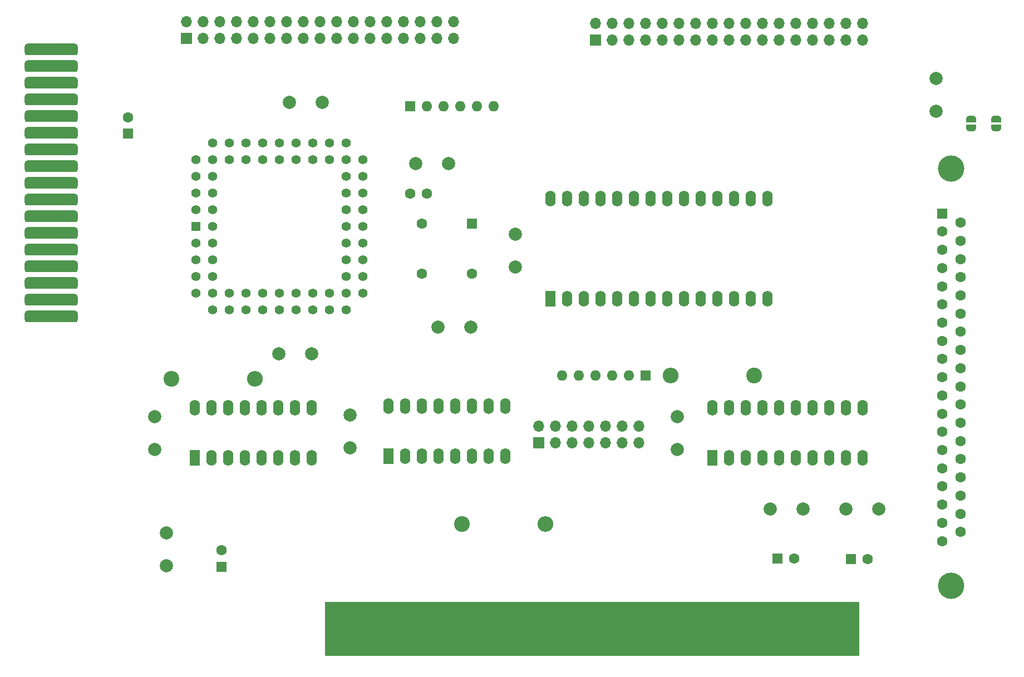
<source format=gbs>
%TF.GenerationSoftware,KiCad,Pcbnew,7.0.10*%
%TF.CreationDate,2025-04-22T11:17:34+12:00*%
%TF.ProjectId,isa_monster_fdc,6973615f-6d6f-46e7-9374-65725f666463,1.0*%
%TF.SameCoordinates,Original*%
%TF.FileFunction,Soldermask,Bot*%
%TF.FilePolarity,Negative*%
%FSLAX46Y46*%
G04 Gerber Fmt 4.6, Leading zero omitted, Abs format (unit mm)*
G04 Created by KiCad (PCBNEW 7.0.10) date 2025-04-22 11:17:34*
%MOMM*%
%LPD*%
G01*
G04 APERTURE LIST*
G04 Aperture macros list*
%AMRoundRect*
0 Rectangle with rounded corners*
0 $1 Rounding radius*
0 $2 $3 $4 $5 $6 $7 $8 $9 X,Y pos of 4 corners*
0 Add a 4 corners polygon primitive as box body*
4,1,4,$2,$3,$4,$5,$6,$7,$8,$9,$2,$3,0*
0 Add four circle primitives for the rounded corners*
1,1,$1+$1,$2,$3*
1,1,$1+$1,$4,$5*
1,1,$1+$1,$6,$7*
1,1,$1+$1,$8,$9*
0 Add four rect primitives between the rounded corners*
20,1,$1+$1,$2,$3,$4,$5,0*
20,1,$1+$1,$4,$5,$6,$7,0*
20,1,$1+$1,$6,$7,$8,$9,0*
20,1,$1+$1,$8,$9,$2,$3,0*%
%AMFreePoly0*
4,1,19,0.500000,-0.750000,0.000000,-0.750000,0.000000,-0.744911,-0.071157,-0.744911,-0.207708,-0.704816,-0.327430,-0.627875,-0.420627,-0.520320,-0.479746,-0.390866,-0.500000,-0.250000,-0.500000,0.250000,-0.479746,0.390866,-0.420627,0.520320,-0.327430,0.627875,-0.207708,0.704816,-0.071157,0.744911,0.000000,0.744911,0.000000,0.750000,0.500000,0.750000,0.500000,-0.750000,0.500000,-0.750000,
$1*%
%AMFreePoly1*
4,1,19,0.000000,0.744911,0.071157,0.744911,0.207708,0.704816,0.327430,0.627875,0.420627,0.520320,0.479746,0.390866,0.500000,0.250000,0.500000,-0.250000,0.479746,-0.390866,0.420627,-0.520320,0.327430,-0.627875,0.207708,-0.704816,0.071157,-0.744911,0.000000,-0.744911,0.000000,-0.750000,-0.500000,-0.750000,-0.500000,0.750000,0.000000,0.750000,0.000000,0.744911,0.000000,0.744911,
$1*%
G04 Aperture macros list end*
%ADD10RoundRect,0.444500X-0.444500X-3.619500X0.444500X-3.619500X0.444500X3.619500X-0.444500X3.619500X0*%
%ADD11C,2.000000*%
%ADD12R,1.600000X1.600000*%
%ADD13C,1.600000*%
%ADD14O,1.600000X1.600000*%
%ADD15C,2.400000*%
%ADD16O,2.400000X2.400000*%
%ADD17R,1.600000X2.400000*%
%ADD18O,1.600000X2.400000*%
%ADD19C,4.000000*%
%ADD20R,1.700000X1.700000*%
%ADD21O,1.700000X1.700000*%
%ADD22R,1.422400X1.422400*%
%ADD23C,1.422400*%
%ADD24RoundRect,0.444500X-3.619500X0.444500X-3.619500X-0.444500X3.619500X-0.444500X3.619500X0.444500X0*%
%ADD25FreePoly0,90.000000*%
%ADD26FreePoly1,90.000000*%
G04 APERTURE END LIST*
D10*
%TO.C,BUS1*%
X111760000Y-145732500D03*
X116840000Y-145732500D03*
X137160000Y-145732500D03*
X139700000Y-145732500D03*
X167640000Y-145732500D03*
X175260000Y-145732500D03*
X185420000Y-145732500D03*
X182880000Y-145732500D03*
X180340000Y-145732500D03*
X177800000Y-145732500D03*
X172720000Y-145732500D03*
X170180000Y-145732500D03*
X165100000Y-145732500D03*
X162560000Y-145732500D03*
X160020000Y-145732500D03*
X157480000Y-145732500D03*
X154940000Y-145732500D03*
X152400000Y-145732500D03*
X149860000Y-145732500D03*
X147320000Y-145732500D03*
X144780000Y-145732500D03*
X142240000Y-145732500D03*
X134620000Y-145732500D03*
X132080000Y-145732500D03*
X129540000Y-145732500D03*
X127000000Y-145732500D03*
X124460000Y-145732500D03*
X121920000Y-145732500D03*
X119380000Y-145732500D03*
X114300000Y-145732500D03*
X109220000Y-145732500D03*
%TD*%
D11*
%TO.C,C7*%
X135636000Y-85638000D03*
X135636000Y-90638000D03*
%TD*%
%TO.C,C4*%
X160274000Y-113411000D03*
X160274000Y-118411000D03*
%TD*%
D12*
%TO.C,C13*%
X186690000Y-135128000D03*
D13*
X189190000Y-135128000D03*
%TD*%
D12*
%TO.C,RN1*%
X119634000Y-66167000D03*
D14*
X122174000Y-66167000D03*
X124714000Y-66167000D03*
X127254000Y-66167000D03*
X129794000Y-66167000D03*
X132334000Y-66167000D03*
%TD*%
D15*
%TO.C,R2*%
X127508000Y-129794000D03*
D16*
X140208000Y-129794000D03*
%TD*%
D17*
%TO.C,U4*%
X165613000Y-119721000D03*
D18*
X168153000Y-119721000D03*
X170693000Y-119721000D03*
X173233000Y-119721000D03*
X175773000Y-119721000D03*
X178313000Y-119721000D03*
X180853000Y-119721000D03*
X183393000Y-119721000D03*
X185933000Y-119721000D03*
X188473000Y-119721000D03*
X188473000Y-112101000D03*
X185933000Y-112101000D03*
X183393000Y-112101000D03*
X180853000Y-112101000D03*
X178313000Y-112101000D03*
X175773000Y-112101000D03*
X173233000Y-112101000D03*
X170693000Y-112101000D03*
X168153000Y-112101000D03*
X165613000Y-112101000D03*
%TD*%
D11*
%TO.C,C16*%
X179411000Y-127508000D03*
X174411000Y-127508000D03*
%TD*%
%TO.C,C10*%
X199644000Y-66976000D03*
X199644000Y-61976000D03*
%TD*%
%TO.C,C5*%
X99608000Y-103886000D03*
X104608000Y-103886000D03*
%TD*%
D19*
%TO.C,J3*%
X201953000Y-139192000D03*
X201953000Y-75692000D03*
D12*
X200533000Y-82512000D03*
D13*
X200533000Y-85282000D03*
X200533000Y-88052000D03*
X200533000Y-90822000D03*
X200533000Y-93592000D03*
X200533000Y-96362000D03*
X200533000Y-99132000D03*
X200533000Y-101902000D03*
X200533000Y-104672000D03*
X200533000Y-107442000D03*
X200533000Y-110212000D03*
X200533000Y-112982000D03*
X200533000Y-115752000D03*
X200533000Y-118522000D03*
X200533000Y-121292000D03*
X200533000Y-124062000D03*
X200533000Y-126832000D03*
X200533000Y-129602000D03*
X200533000Y-132372000D03*
X203373000Y-83897000D03*
X203373000Y-86667000D03*
X203373000Y-89437000D03*
X203373000Y-92207000D03*
X203373000Y-94977000D03*
X203373000Y-97747000D03*
X203373000Y-100517000D03*
X203373000Y-103287000D03*
X203373000Y-106057000D03*
X203373000Y-108827000D03*
X203373000Y-111597000D03*
X203373000Y-114367000D03*
X203373000Y-117137000D03*
X203373000Y-119907000D03*
X203373000Y-122677000D03*
X203373000Y-125447000D03*
X203373000Y-128217000D03*
X203373000Y-130987000D03*
%TD*%
D11*
%TO.C,C2*%
X80772000Y-113411000D03*
X80772000Y-118411000D03*
%TD*%
D17*
%TO.C,U3*%
X86868000Y-119721000D03*
D18*
X89408000Y-119721000D03*
X91948000Y-119721000D03*
X94488000Y-119721000D03*
X97028000Y-119721000D03*
X99568000Y-119721000D03*
X102108000Y-119721000D03*
X104648000Y-119721000D03*
X104648000Y-112101000D03*
X102108000Y-112101000D03*
X99568000Y-112101000D03*
X97028000Y-112101000D03*
X94488000Y-112101000D03*
X91948000Y-112101000D03*
X89408000Y-112101000D03*
X86868000Y-112101000D03*
%TD*%
D12*
%TO.C,RN2*%
X155448000Y-107188000D03*
D14*
X152908000Y-107188000D03*
X150368000Y-107188000D03*
X147828000Y-107188000D03*
X145288000Y-107188000D03*
X142748000Y-107188000D03*
%TD*%
D13*
%TO.C,C1*%
X119654000Y-79502000D03*
X122154000Y-79502000D03*
%TD*%
D11*
%TO.C,C6*%
X106248200Y-65633600D03*
X101248200Y-65633600D03*
%TD*%
D20*
%TO.C,J1*%
X85598000Y-55880000D03*
D21*
X85598000Y-53340000D03*
X88138000Y-55880000D03*
X88138000Y-53340000D03*
X90678000Y-55880000D03*
X90678000Y-53340000D03*
X93218000Y-55880000D03*
X93218000Y-53340000D03*
X95758000Y-55880000D03*
X95758000Y-53340000D03*
X98298000Y-55880000D03*
X98298000Y-53340000D03*
X100838000Y-55880000D03*
X100838000Y-53340000D03*
X103378000Y-55880000D03*
X103378000Y-53340000D03*
X105918000Y-55880000D03*
X105918000Y-53340000D03*
X108458000Y-55880000D03*
X108458000Y-53340000D03*
X110998000Y-55880000D03*
X110998000Y-53340000D03*
X113538000Y-55880000D03*
X113538000Y-53340000D03*
X116078000Y-55880000D03*
X116078000Y-53340000D03*
X118618000Y-55880000D03*
X118618000Y-53340000D03*
X121158000Y-55880000D03*
X121158000Y-53340000D03*
X123698000Y-55880000D03*
X123698000Y-53340000D03*
X126238000Y-55880000D03*
X126238000Y-53340000D03*
%TD*%
D11*
%TO.C,C11*%
X82550000Y-136104000D03*
X82550000Y-131104000D03*
%TD*%
D20*
%TO.C,JP3*%
X139192000Y-117435000D03*
D21*
X139192000Y-114895000D03*
X141732000Y-117435000D03*
X141732000Y-114895000D03*
X144272000Y-117435000D03*
X144272000Y-114895000D03*
X146812000Y-117435000D03*
X146812000Y-114895000D03*
X149352000Y-117435000D03*
X149352000Y-114895000D03*
X151892000Y-117435000D03*
X151892000Y-114895000D03*
X154432000Y-117435000D03*
X154432000Y-114895000D03*
%TD*%
D17*
%TO.C,U2*%
X116347000Y-119467000D03*
D18*
X118887000Y-119467000D03*
X121427000Y-119467000D03*
X123967000Y-119467000D03*
X126507000Y-119467000D03*
X129047000Y-119467000D03*
X131587000Y-119467000D03*
X134127000Y-119467000D03*
X134127000Y-111847000D03*
X131587000Y-111847000D03*
X129047000Y-111847000D03*
X126507000Y-111847000D03*
X123967000Y-111847000D03*
X121427000Y-111847000D03*
X118887000Y-111847000D03*
X116347000Y-111847000D03*
%TD*%
D11*
%TO.C,C9*%
X123825000Y-99822000D03*
X128825000Y-99822000D03*
%TD*%
%TO.C,C8*%
X120436000Y-74930000D03*
X125436000Y-74930000D03*
%TD*%
%TO.C,C12*%
X185928000Y-127508000D03*
X190928000Y-127508000D03*
%TD*%
%TO.C,C3*%
X110490000Y-113157000D03*
X110490000Y-118157000D03*
%TD*%
D22*
%TO.C,U1*%
X86995000Y-84455000D03*
D23*
X89535000Y-84455000D03*
X86995000Y-86995000D03*
X89535000Y-86995000D03*
X86995000Y-89535000D03*
X89535000Y-89535000D03*
X86995000Y-92075000D03*
X89535000Y-92075000D03*
X86995000Y-94615000D03*
X89535000Y-97155000D03*
X89535000Y-94615000D03*
X92075000Y-97155000D03*
X92075000Y-94615000D03*
X94615000Y-97155000D03*
X94615000Y-94615000D03*
X97155000Y-97155000D03*
X97155000Y-94615000D03*
X99695000Y-97155000D03*
X99695000Y-94615000D03*
X102235000Y-97155000D03*
X102235000Y-94615000D03*
X104775000Y-97155000D03*
X104775000Y-94615000D03*
X107315000Y-97155000D03*
X107315000Y-94615000D03*
X109855000Y-97155000D03*
X112395000Y-94615000D03*
X109855000Y-94615000D03*
X112395000Y-92075000D03*
X109855000Y-92075000D03*
X112395000Y-89535000D03*
X109855000Y-89535000D03*
X112395000Y-86995000D03*
X109855000Y-86995000D03*
X112395000Y-84455000D03*
X109855000Y-84455000D03*
X112395000Y-81915000D03*
X109855000Y-81915000D03*
X112395000Y-79375000D03*
X109855000Y-79375000D03*
X112395000Y-76835000D03*
X109855000Y-76835000D03*
X112395000Y-74295000D03*
X109855000Y-71755000D03*
X109855000Y-74295000D03*
X107315000Y-71755000D03*
X107315000Y-74295000D03*
X104775000Y-71755000D03*
X104775000Y-74295000D03*
X102235000Y-71755000D03*
X102235000Y-74295000D03*
X99695000Y-71755000D03*
X99695000Y-74295000D03*
X97155000Y-71755000D03*
X97155000Y-74295000D03*
X94615000Y-71755000D03*
X94615000Y-74295000D03*
X92075000Y-71755000D03*
X92075000Y-74295000D03*
X89535000Y-71755000D03*
X86995000Y-74295000D03*
X89535000Y-74295000D03*
X86995000Y-76835000D03*
X89535000Y-76835000D03*
X86995000Y-79375000D03*
X89535000Y-79375000D03*
X86995000Y-81915000D03*
X89535000Y-81915000D03*
%TD*%
D12*
%TO.C,C15*%
X90932000Y-136280651D03*
D13*
X90932000Y-133780651D03*
%TD*%
D12*
%TO.C,C17*%
X175504349Y-135001000D03*
D13*
X178004349Y-135001000D03*
%TD*%
D12*
%TO.C,C14*%
X76708000Y-70358000D03*
D13*
X76708000Y-67858000D03*
%TD*%
D24*
%TO.C,J4*%
X64996200Y-57541000D03*
X64996200Y-60081000D03*
X64996200Y-62621000D03*
X64996200Y-65161000D03*
X64996200Y-67701000D03*
X64996200Y-70241000D03*
X64996200Y-72781000D03*
X64996200Y-75321000D03*
X64996200Y-77861000D03*
X64996200Y-80401000D03*
X64996200Y-82941000D03*
X64996200Y-85481000D03*
X64996200Y-88021000D03*
X64996200Y-90561000D03*
X64996200Y-93101000D03*
X64996200Y-95641000D03*
X64996200Y-98181000D03*
%TD*%
D12*
%TO.C,X1*%
X129032000Y-84074000D03*
D13*
X121412000Y-84074000D03*
X121412000Y-91694000D03*
X129032000Y-91694000D03*
%TD*%
D15*
%TO.C,R1*%
X83312000Y-107696000D03*
D16*
X96012000Y-107696000D03*
%TD*%
D20*
%TO.C,J2*%
X147828000Y-56134000D03*
D21*
X147828000Y-53594000D03*
X150368000Y-56134000D03*
X150368000Y-53594000D03*
X152908000Y-56134000D03*
X152908000Y-53594000D03*
X155448000Y-56134000D03*
X155448000Y-53594000D03*
X157988000Y-56134000D03*
X157988000Y-53594000D03*
X160528000Y-56134000D03*
X160528000Y-53594000D03*
X163068000Y-56134000D03*
X163068000Y-53594000D03*
X165608000Y-56134000D03*
X165608000Y-53594000D03*
X168148000Y-56134000D03*
X168148000Y-53594000D03*
X170688000Y-56134000D03*
X170688000Y-53594000D03*
X173228000Y-56134000D03*
X173228000Y-53594000D03*
X175768000Y-56134000D03*
X175768000Y-53594000D03*
X178308000Y-56134000D03*
X178308000Y-53594000D03*
X180848000Y-56134000D03*
X180848000Y-53594000D03*
X183388000Y-56134000D03*
X183388000Y-53594000D03*
X185928000Y-56134000D03*
X185928000Y-53594000D03*
X188468000Y-56134000D03*
X188468000Y-53594000D03*
%TD*%
D15*
%TO.C,R3*%
X171958000Y-107188000D03*
D16*
X159258000Y-107188000D03*
%TD*%
D17*
%TO.C,U5*%
X140970000Y-95504000D03*
D18*
X143510000Y-95504000D03*
X146050000Y-95504000D03*
X148590000Y-95504000D03*
X151130000Y-95504000D03*
X153670000Y-95504000D03*
X156210000Y-95504000D03*
X158750000Y-95504000D03*
X161290000Y-95504000D03*
X163830000Y-95504000D03*
X166370000Y-95504000D03*
X168910000Y-95504000D03*
X171450000Y-95504000D03*
X173990000Y-95504000D03*
X173990000Y-80264000D03*
X171450000Y-80264000D03*
X168910000Y-80264000D03*
X166370000Y-80264000D03*
X163830000Y-80264000D03*
X161290000Y-80264000D03*
X158750000Y-80264000D03*
X156210000Y-80264000D03*
X153670000Y-80264000D03*
X151130000Y-80264000D03*
X148590000Y-80264000D03*
X146050000Y-80264000D03*
X143510000Y-80264000D03*
X140970000Y-80264000D03*
%TD*%
D25*
%TO.C,JP1*%
X204978000Y-69484000D03*
D26*
X204978000Y-68184000D03*
%TD*%
D25*
%TO.C,JP2*%
X208788000Y-69484000D03*
D26*
X208788000Y-68184000D03*
%TD*%
G36*
X187902121Y-141625002D02*
G01*
X187948614Y-141678658D01*
X187960000Y-141731000D01*
X187960000Y-149734000D01*
X187939998Y-149802121D01*
X187886342Y-149848614D01*
X187834000Y-149860000D01*
X106806000Y-149860000D01*
X106737879Y-149839998D01*
X106691386Y-149786342D01*
X106680000Y-149734000D01*
X106680000Y-141731000D01*
X106700002Y-141662879D01*
X106753658Y-141616386D01*
X106806000Y-141605000D01*
X187834000Y-141605000D01*
X187902121Y-141625002D01*
G37*
M02*

</source>
